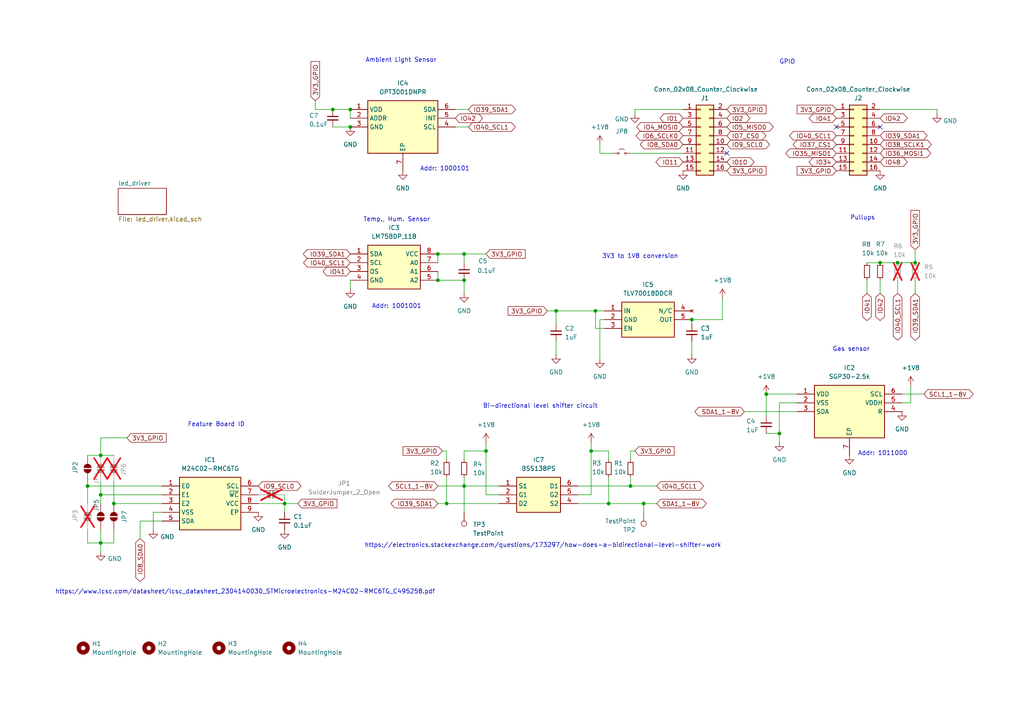
<source format=kicad_sch>
(kicad_sch (version 20231120) (generator "eeschema") (generator_version "8.0")
  (paper "A4")
  (title_block (title "StackFlex Feature Air Quality") (date "2024-12-15") (rev "1") (company "M41T3"))
  (lib_symbols
    (symbol "Connector:TestPoint" (pin_numbers hide) (pin_names (offset 0.762) hide)
      (property "Reference" "TP" (at 0 6.858 0))
      (property "Value" "TestPoint" (at 0 5.08 0))
      (symbol "TestPoint_0_1"
        (circle (center 0 3.302) (radius 0.762))
      )
      (symbol "TestPoint_1_1"
        (pin passive line (at 0 0 90) (length 2.54) (name "1") (number "1"))
      )
    )
    (symbol "Connector_Generic:Conn_02x08_Odd_Even" (pin_names (offset 1.016) hide)
      (property "Reference" "J" (at 1.27 10.16 0))
      (property "Value" "Conn_02x08_Odd_Even" (at 1.27 -12.7 0))
      (symbol "Conn_02x08_Odd_Even_1_1"
        (rectangle (start -1.27 -10.033) (end 0 -10.287) (stroke (width 0.1524)))
        (rectangle (start -1.27 -7.493) (end 0 -7.747) (stroke (width 0.1524)))
        (rectangle (start -1.27 -4.953) (end 0 -5.207) (stroke (width 0.1524)))
        (rectangle (start -1.27 -2.413) (end 0 -2.667) (stroke (width 0.1524)))
        (rectangle (start -1.27 0.127) (end 0 -0.127) (stroke (width 0.1524)))
        (rectangle (start -1.27 2.667) (end 0 2.413) (stroke (width 0.1524)))
        (rectangle (start -1.27 5.207) (end 0 4.953) (stroke (width 0.1524)))
        (rectangle (start -1.27 7.747) (end 0 7.493) (stroke (width 0.1524)))
        (rectangle (start -1.27 8.89) (end 3.81 -11.43) (stroke (width 0.254)) (fill (type background)))
        (rectangle (start 3.81 -10.033) (end 2.54 -10.287) (stroke (width 0.1524)))
        (rectangle (start 3.81 -7.493) (end 2.54 -7.747) (stroke (width 0.1524)))
        (rectangle (start 3.81 -4.953) (end 2.54 -5.207) (stroke (width 0.1524)))
        (rectangle (start 3.81 -2.413) (end 2.54 -2.667) (stroke (width 0.1524)))
        (rectangle (start 3.81 0.127) (end 2.54 -0.127) (stroke (width 0.1524)))
        (rectangle (start 3.81 2.667) (end 2.54 2.413) (stroke (width 0.1524)))
        (rectangle (start 3.81 5.207) (end 2.54 4.953) (stroke (width 0.1524)))
        (rectangle (start 3.81 7.747) (end 2.54 7.493) (stroke (width 0.1524)))
        (pin passive line (at -5.08 7.62 0) (length 3.81) (name "Pin_1") (number "1"))
        (pin passive line (at 7.62 -2.54 180) (length 3.81) (name "Pin_10") (number "10"))
        (pin passive line (at -5.08 -5.08 0) (length 3.81) (name "Pin_11") (number "11"))
        (pin passive line (at 7.62 -5.08 180) (length 3.81) (name "Pin_12") (number "12"))
        (pin passive line (at -5.08 -7.62 0) (length 3.81) (name "Pin_13") (number "13"))
        (pin passive line (at 7.62 -7.62 180) (length 3.81) (name "Pin_14") (number "14"))
        (pin passive line (at -5.08 -10.16 0) (length 3.81) (name "Pin_15") (number "15"))
        (pin passive line (at 7.62 -10.16 180) (length 3.81) (name "Pin_16") (number "16"))
        (pin passive line (at 7.62 7.62 180) (length 3.81) (name "Pin_2") (number "2"))
        (pin passive line (at -5.08 5.08 0) (length 3.81) (name "Pin_3") (number "3"))
        (pin passive line (at 7.62 5.08 180) (length 3.81) (name "Pin_4") (number "4"))
        (pin passive line (at -5.08 2.54 0) (length 3.81) (name "Pin_5") (number "5"))
        (pin passive line (at 7.62 2.54 180) (length 3.81) (name "Pin_6") (number "6"))
        (pin passive line (at -5.08 0 0) (length 3.81) (name "Pin_7") (number "7"))
        (pin passive line (at 7.62 0 180) (length 3.81) (name "Pin_8") (number "8"))
        (pin passive line (at -5.08 -2.54 0) (length 3.81) (name "Pin_9") (number "9"))
      )
    )
    (symbol "Device:C_Small" (pin_numbers hide) (pin_names (offset 0.254) hide)
      (property "Reference" "C" (at 0.254 1.778 0))
      (property "Value" "C_Small" (at 0.254 -2.032 0))
      (symbol "C_Small_0_1"
        (polyline (pts (xy -1.524 -0.508) (xy 1.524 -0.508)) (stroke (width 0.3302)))
        (polyline (pts (xy -1.524 0.508) (xy 1.524 0.508)) (stroke (width 0.3048)))
      )
      (symbol "C_Small_1_1"
        (pin passive line (at 0 2.54 270) (length 2.032) (name "~") (number "1"))
        (pin passive line (at 0 -2.54 90) (length 2.032) (name "~") (number "2"))
      )
    )
    (symbol "Device:R_Small" (pin_numbers hide) (pin_names (offset 0.254) hide)
      (property "Reference" "R" (at 0.762 0.508 0))
      (property "Value" "R_Small" (at 0.762 -1.016 0))
      (symbol "R_Small_0_1"
        (rectangle (start -0.762 1.778) (end 0.762 -1.778) (stroke (width 0.2032)))
      )
      (symbol "R_Small_1_1"
        (pin passive line (at 0 2.54 270) (length 0.762) (name "~") (number "1"))
        (pin passive line (at 0 -2.54 90) (length 0.762) (name "~") (number "2"))
      )
    )
    (symbol "Jumper:Jumper_2_Small_Open" (pin_numbers hide) (pin_names (offset 0) hide) (exclude_from_sim yes)
      (property "Reference" "JP" (at 0 2.794 0))
      (property "Value" "Jumper_2_Small_Open" (at 0 -2.286 0))
      (symbol "Jumper_2_Small_Open_0_0"
        (circle (center -1.016 0) (radius 0.254))
        (circle (center 1.016 0) (radius 0.254))
      )
      (symbol "Jumper_2_Small_Open_0_1"
        (arc (start 0.762 1.0196) (mid 0 1.2729) (end -0.762 1.0196))
      )
      (symbol "Jumper_2_Small_Open_1_1"
        (pin passive line (at -2.54 0 0) (length 1.27) (name "A") (number "1"))
        (pin passive line (at 2.54 0 180) (length 1.27) (name "B") (number "2"))
      )
    )
    (symbol "Jumper:SolderJumper_2_Open" (pin_numbers hide) (pin_names (offset 0) hide) (exclude_from_sim yes) (in_bom no)
      (property "Reference" "JP" (at 0 2.032 0))
      (property "Value" "SolderJumper_2_Open" (at 0 -2.54 0))
      (symbol "SolderJumper_2_Open_0_1"
        (arc (start -0.254 1.016) (mid -1.2656 0) (end -0.254 -1.016))
        (arc (start -0.254 1.016) (mid -1.2656 0) (end -0.254 -1.016) (fill (type outline)))
        (polyline (pts (xy -0.254 1.016) (xy -0.254 -1.016)))
        (polyline (pts (xy 0.254 1.016) (xy 0.254 -1.016)))
        (arc (start 0.254 -1.016) (mid 1.2656 0) (end 0.254 1.016))
        (arc (start 0.254 -1.016) (mid 1.2656 0) (end 0.254 1.016) (fill (type outline)))
      )
      (symbol "SolderJumper_2_Open_1_1"
        (pin passive line (at -3.81 0 0) (length 2.54) (name "A") (number "1"))
        (pin passive line (at 3.81 0 180) (length 2.54) (name "B") (number "2"))
      )
    )
    (symbol "Mechanical:MountingHole" (pin_names (offset 1.016)) (exclude_from_sim yes) (in_bom no)
      (property "Reference" "H" (at 0 5.08 0))
      (property "Value" "MountingHole" (at 0 3.175 0))
      (symbol "MountingHole_0_1"
        (circle (center 0 0) (radius 1.27) (stroke (width 1.27)))
      )
    )
    (symbol "power:+1V8" (power) (pin_numbers hide) (pin_names (offset 0) hide)
      (property "Value" "+1V8" (at 0 3.556 0))
      (symbol "+1V8_0_1"
        (polyline (pts (xy -0.762 1.27) (xy 0 2.54)))
        (polyline (pts (xy 0 0) (xy 0 2.54)))
        (polyline (pts (xy 0 2.54) (xy 0.762 1.27)))
      )
      (symbol "+1V8_1_1"
        (pin power_in line (at 0 0 90) (length 0) (name "~") (number "1"))
      )
    )
    (symbol "power:GND" (power) (pin_numbers hide) (pin_names (offset 0) hide)
      (property "Value" "GND" (at 0 -3.81 0))
      (symbol "GND_0_1"
        (polyline (pts (xy 0 0) (xy 0 -1.27) (xy 1.27 -1.27) (xy 0 -2.54) (xy -1.27 -1.27) (xy 0 -1.27)))
      )
      (symbol "GND_1_1"
        (pin power_in line (at 0 0 270) (length 0) (name "~") (number "1"))
      )
    )
    (symbol "stackflex_sym_lib:BSS138PS"
      (property "Reference" "IC" (at 19.05 7.62 0))
      (property "Value" "BSS138PS" (at 19.05 5.08 0))
      (symbol "BSS138PS_1_1"
        (rectangle (start 5.08 2.54) (end 17.78 -7.62) (stroke (width 0.254)) (fill (type background)))
        (pin passive line (at 0 0 0) (length 5.08) (name "S1") (number "1"))
        (pin passive line (at 0 -2.54 0) (length 5.08) (name "G1") (number "2"))
        (pin passive line (at 0 -5.08 0) (length 5.08) (name "D2") (number "3"))
        (pin passive line (at 22.86 -5.08 180) (length 5.08) (name "S2") (number "4"))
        (pin passive line (at 22.86 -2.54 180) (length 5.08) (name "G2") (number "5"))
        (pin passive line (at 22.86 0 180) (length 5.08) (name "D1") (number "6"))
      )
    )
    (symbol "stackflex_sym_lib:LM75BDP,118"
      (property "Reference" "IC" (at 21.59 7.62 0))
      (property "Value" "LM75BDP,118" (at 21.59 5.08 0))
      (symbol "LM75BDP,118_1_1"
        (rectangle (start 5.08 2.54) (end 20.32 -10.16) (stroke (width 0.254)) (fill (type background)))
        (pin passive line (at 0 0 0) (length 5.08) (name "SDA") (number "1"))
        (pin passive line (at 0 -2.54 0) (length 5.08) (name "SCL") (number "2"))
        (pin passive line (at 0 -5.08 0) (length 5.08) (name "OS") (number "3"))
        (pin passive line (at 0 -7.62 0) (length 5.08) (name "GND") (number "4"))
        (pin passive line (at 25.4 -7.62 180) (length 5.08) (name "A2") (number "5"))
        (pin passive line (at 25.4 -5.08 180) (length 5.08) (name "A1") (number "6"))
        (pin passive line (at 25.4 -2.54 180) (length 5.08) (name "A0") (number "7"))
        (pin passive line (at 25.4 0 180) (length 5.08) (name "VCC") (number "8"))
      )
    )
    (symbol "stackflex_sym_lib:M24C02-RMC6TG"
      (property "Reference" "IC" (at 24.13 7.62 0))
      (property "Value" "M24C02-RMC6TG" (at 24.13 5.08 0))
      (symbol "M24C02-RMC6TG_1_1"
        (rectangle (start 5.08 2.54) (end 22.86 -12.7) (stroke (width 0.254)) (fill (type background)))
        (pin passive line (at 0 0 0) (length 5.08) (name "E0") (number "1"))
        (pin passive line (at 0 -2.54 0) (length 5.08) (name "E1") (number "2"))
        (pin passive line (at 0 -5.08 0) (length 5.08) (name "E2") (number "3"))
        (pin passive line (at 0 -7.62 0) (length 5.08) (name "VSS") (number "4"))
        (pin passive line (at 0 -10.16 0) (length 5.08) (name "SDA") (number "5"))
        (pin passive line (at 27.94 0 180) (length 5.08) (name "SCL") (number "6"))
        (pin passive line (at 27.94 -2.54 180) (length 5.08) (name "~{WC}") (number "7"))
        (pin passive line (at 27.94 -5.08 180) (length 5.08) (name "VCC") (number "8"))
        (pin passive line (at 27.94 -7.62 180) (length 5.08) (name "EP") (number "9"))
      )
    )
    (symbol "stackflex_sym_lib:OPT3001DNPR"
      (property "Reference" "IC" (at 26.67 7.62 0))
      (property "Value" "OPT3001DNPR" (at 26.67 5.08 0))
      (symbol "OPT3001DNPR_1_1"
        (rectangle (start 5.08 2.54) (end 25.4 -12.7) (stroke (width 0.254)) (fill (type background)))
        (pin passive line (at 0 0 0) (length 5.08) (name "VDD") (number "1"))
        (pin passive line (at 0 -2.54 0) (length 5.08) (name "ADDR") (number "2"))
        (pin passive line (at 0 -5.08 0) (length 5.08) (name "GND") (number "3"))
        (pin passive line (at 30.48 -5.08 180) (length 5.08) (name "SCL") (number "4"))
        (pin passive line (at 30.48 -2.54 180) (length 5.08) (name "INT") (number "5"))
        (pin passive line (at 30.48 0 180) (length 5.08) (name "SDA") (number "6"))
        (pin passive line (at 15.24 -17.78 90) (length 5.08) (name "EP") (number "7"))
      )
    )
    (symbol "stackflex_sym_lib:SGP30-2.5k"
      (property "Reference" "IC" (at 26.67 7.62 0))
      (property "Value" "SGP30-2.5k" (at 26.67 5.08 0))
      (symbol "SGP30-2.5k_1_1"
        (rectangle (start 5.08 2.54) (end 25.4 -12.7) (stroke (width 0.254)) (fill (type background)))
        (pin power_in line (at 0 0 0) (length 5.08) (name "VDD") (number "1"))
        (pin power_in line (at 0 -2.54 0) (length 5.08) (name "VSS") (number "2"))
        (pin bidirectional line (at 0 -5.08 0) (length 5.08) (name "SDA") (number "3"))
        (pin power_in line (at 30.48 -5.08 180) (length 5.08) (name "R") (number "4"))
        (pin power_in line (at 30.48 -2.54 180) (length 5.08) (name "VDDH") (number "5"))
        (pin bidirectional line (at 30.48 0 180) (length 5.08) (name "SCL") (number "6"))
        (pin passive line (at 15.24 -17.78 90) (length 5.08) (name "EP") (number "7"))
      )
    )
    (symbol "stackflex_sym_lib:TLV70018DDCR"
      (property "Reference" "IC" (at 21.59 7.62 0))
      (property "Value" "TLV70018DDCR" (at 21.59 5.08 0))
      (symbol "TLV70018DDCR_1_1"
        (rectangle (start 5.08 2.54) (end 20.32 -7.62) (stroke (width 0.254)) (fill (type background)))
        (pin passive line (at 0 0 0) (length 5.08) (name "IN") (number "1"))
        (pin passive line (at 0 -2.54 0) (length 5.08) (name "GND") (number "2"))
        (pin passive line (at 0 -5.08 0) (length 5.08) (name "EN") (number "3"))
        (pin no_connect line (at 25.4 0 180) (length 5.08) (name "N/C") (number "4"))
        (pin passive line (at 25.4 -2.54 180) (length 5.08) (name "OUT") (number "5"))
      )
    )
  )
  (junction (at 226.06 125.73))
  (junction (at 127 73.66))
  (junction (at 260.35 76.2))
  (junction (at 134.62 73.66))
  (junction (at 127 81.28))
  (junction (at 200.66 92.71))
  (junction (at 29.21 157.48))
  (junction (at 25.4 140.97))
  (junction (at 176.53 146.05))
  (junction (at 172.72 90.17))
  (junction (at 101.6 36.83))
  (junction (at 140.97 130.81))
  (junction (at 29.21 143.51))
  (junction (at 33.02 146.05))
  (junction (at 182.88 140.97))
  (junction (at 134.62 81.28))
  (junction (at 101.6 31.75))
  (junction (at 171.45 130.81))
  (junction (at 96.52 31.75))
  (junction (at 186.69 146.05))
  (junction (at 129.54 146.05))
  (junction (at 134.62 140.97))
  (junction (at 82.55 146.05))
  (junction (at 29.21 132.08))
  (junction (at 255.27 76.2))
  (junction (at 161.29 90.17))
  (junction (at 265.43 76.2))
  (junction (at 222.25 114.3))
  (no_connect (at 210.82 44.45))
  (no_connect (at 242.57 36.83))
  (no_connect (at 255.27 36.83))
  (wire (pts (xy 184.15 33.02) (xy 184.15 31.75)))
  (wire (pts (xy 128.27 130.81) (xy 129.54 130.81)))
  (wire (pts (xy 171.45 130.81) (xy 176.53 130.81)))
  (wire (pts (xy 25.4 146.05) (xy 25.4 140.97)))
  (wire (pts (xy 29.21 139.7) (xy 29.21 143.51)))
  (wire (pts (xy 161.29 90.17) (xy 161.29 93.98)))
  (wire (pts (xy 190.5 146.05) (xy 186.69 146.05)))
  (wire (pts (xy 161.29 90.17) (xy 172.72 90.17)))
  (wire (pts (xy 171.45 128.27) (xy 171.45 130.81)))
  (wire (pts (xy 140.97 130.81) (xy 140.97 143.51)))
  (wire (pts (xy 186.69 148.59) (xy 186.69 146.05)))
  (wire (pts (xy 175.26 95.25) (xy 172.72 95.25)))
  (wire (pts (xy 260.35 76.2) (xy 265.43 76.2)))
  (wire (pts (xy 222.25 125.73) (xy 226.06 125.73)))
  (wire (pts (xy 200.66 102.87) (xy 200.66 99.06)))
  (wire (pts (xy 184.15 31.75) (xy 198.12 31.75)))
  (wire (pts (xy 264.16 111.76) (xy 264.16 116.84)))
  (wire (pts (xy 215.9 119.38) (xy 231.14 119.38)))
  (wire (pts (xy 134.62 81.28) (xy 127 81.28)))
  (wire (pts (xy 82.55 146.05) (xy 82.55 148.59)))
  (wire (pts (xy 173.99 104.14) (xy 173.99 92.71)))
  (wire (pts (xy 177.8 44.45) (xy 173.99 44.45)))
  (wire (pts (xy 271.78 33.02) (xy 271.78 31.75)))
  (wire (pts (xy 265.43 72.39) (xy 265.43 76.2)))
  (wire (pts (xy 135.89 36.83) (xy 132.08 36.83)))
  (wire (pts (xy 173.99 41.91) (xy 173.99 44.45)))
  (wire (pts (xy 182.88 130.81) (xy 182.88 133.35)))
  (wire (pts (xy 134.62 73.66) (xy 134.62 76.2)))
  (wire (pts (xy 134.62 148.59) (xy 134.62 140.97)))
  (wire (pts (xy 129.54 138.43) (xy 129.54 146.05)))
  (wire (pts (xy 176.53 130.81) (xy 176.53 133.35)))
  (wire (pts (xy 29.21 160.02) (xy 29.21 157.48)))
  (wire (pts (xy 158.75 90.17) (xy 161.29 90.17)))
  (wire (pts (xy 82.55 146.05) (xy 86.36 146.05)))
  (wire (pts (xy 25.4 139.7) (xy 25.4 140.97)))
  (wire (pts (xy 200.66 92.71) (xy 200.66 93.98)))
  (wire (pts (xy 171.45 143.51) (xy 167.64 143.51)))
  (wire (pts (xy 127 146.05) (xy 129.54 146.05)))
  (wire (pts (xy 255.27 31.75) (xy 271.78 31.75)))
  (wire (pts (xy 36.83 127) (xy 29.21 127)))
  (wire (pts (xy 127 73.66) (xy 134.62 73.66)))
  (wire (pts (xy 226.06 125.73) (xy 226.06 128.27)))
  (wire (pts (xy 129.54 146.05) (xy 144.78 146.05)))
  (wire (pts (xy 29.21 127) (xy 29.21 132.08)))
  (wire (pts (xy 33.02 139.7) (xy 33.02 146.05)))
  (wire (pts (xy 260.35 81.28) (xy 260.35 85.09)))
  (wire (pts (xy 127 73.66) (xy 127 76.2)))
  (wire (pts (xy 96.52 31.75) (xy 101.6 31.75)))
  (wire (pts (xy 33.02 146.05) (xy 46.99 146.05)))
  (wire (pts (xy 200.66 92.71) (xy 209.55 92.71)))
  (wire (pts (xy 74.93 146.05) (xy 82.55 146.05)))
  (wire (pts (xy 171.45 143.51) (xy 171.45 130.81)))
  (wire (pts (xy 167.64 146.05) (xy 176.53 146.05)))
  (wire (pts (xy 101.6 81.28) (xy 101.6 83.82)))
  (wire (pts (xy 222.25 120.65) (xy 222.25 114.3)))
  (wire (pts (xy 184.15 130.81) (xy 182.88 130.81)))
  (wire (pts (xy 134.62 130.81) (xy 140.97 130.81)))
  (wire (pts (xy 140.97 128.27) (xy 140.97 130.81)))
  (wire (pts (xy 161.29 102.87) (xy 161.29 99.06)))
  (wire (pts (xy 91.44 31.75) (xy 96.52 31.75)))
  (wire (pts (xy 226.06 116.84) (xy 226.06 125.73)))
  (wire (pts (xy 127 78.74) (xy 127 81.28)))
  (wire (pts (xy 134.62 138.43) (xy 134.62 140.97)))
  (wire (pts (xy 140.97 143.51) (xy 144.78 143.51)))
  (wire (pts (xy 25.4 157.48) (xy 29.21 157.48)))
  (wire (pts (xy 127 140.97) (xy 134.62 140.97)))
  (wire (pts (xy 29.21 146.05) (xy 29.21 143.51)))
  (wire (pts (xy 255.27 76.2) (xy 260.35 76.2)))
  (wire (pts (xy 134.62 81.28) (xy 134.62 85.09)))
  (wire (pts (xy 29.21 132.08) (xy 33.02 132.08)))
  (wire (pts (xy 167.64 140.97) (xy 182.88 140.97)))
  (wire (pts (xy 255.27 81.28) (xy 255.27 85.09)))
  (wire (pts (xy 25.4 140.97) (xy 46.99 140.97)))
  (wire (pts (xy 135.89 31.75) (xy 132.08 31.75)))
  (wire (pts (xy 134.62 73.66) (xy 140.97 73.66)))
  (wire (pts (xy 25.4 153.67) (xy 25.4 157.48)))
  (wire (pts (xy 209.55 86.36) (xy 209.55 92.71)))
  (wire (pts (xy 96.52 36.83) (xy 101.6 36.83)))
  (wire (pts (xy 82.55 143.51) (xy 82.55 146.05)))
  (wire (pts (xy 101.6 31.75) (xy 101.6 34.29)))
  (wire (pts (xy 29.21 143.51) (xy 46.99 143.51)))
  (wire (pts (xy 172.72 90.17) (xy 175.26 90.17)))
  (wire (pts (xy 129.54 130.81) (xy 129.54 133.35)))
  (wire (pts (xy 265.43 85.09) (xy 265.43 81.28)))
  (wire (pts (xy 261.62 116.84) (xy 264.16 116.84)))
  (wire (pts (xy 172.72 95.25) (xy 172.72 90.17)))
  (wire (pts (xy 267.97 114.3) (xy 261.62 114.3)))
  (wire (pts (xy 91.44 29.21) (xy 91.44 31.75)))
  (wire (pts (xy 182.88 138.43) (xy 182.88 140.97)))
  (wire (pts (xy 134.62 130.81) (xy 134.62 133.35)))
  (wire (pts (xy 29.21 157.48) (xy 33.02 157.48)))
  (wire (pts (xy 231.14 116.84) (xy 226.06 116.84)))
  (wire (pts (xy 173.99 92.71) (xy 175.26 92.71)))
  (wire (pts (xy 176.53 138.43) (xy 176.53 146.05)))
  (wire (pts (xy 222.25 114.3) (xy 231.14 114.3)))
  (wire (pts (xy 251.46 81.28) (xy 251.46 85.09)))
  (wire (pts (xy 182.88 44.45) (xy 198.12 44.45)))
  (wire (pts (xy 134.62 140.97) (xy 144.78 140.97)))
  (wire (pts (xy 25.4 132.08) (xy 29.21 132.08)))
  (wire (pts (xy 40.64 151.13) (xy 46.99 151.13)))
  (wire (pts (xy 251.46 76.2) (xy 255.27 76.2)))
  (wire (pts (xy 29.21 153.67) (xy 29.21 157.48)))
  (wire (pts (xy 44.45 148.59) (xy 46.99 148.59)))
  (wire (pts (xy 33.02 153.67) (xy 33.02 157.48)))
  (wire (pts (xy 44.45 153.67) (xy 44.45 148.59)))
  (wire (pts (xy 186.69 146.05) (xy 176.53 146.05)))
  (wire (pts (xy 190.5 140.97) (xy 182.88 140.97)))
  (wire (pts (xy 40.64 156.21) (xy 40.64 151.13)))
  (text "Addr: 1001001" (at 115.062 88.9 0) (effects (font (size 1.27 1.27))))
  (text "Temp., Hum. Sensor" (at 115.062 63.754 0) (effects (font (size 1.27 1.27))))
  (text "GPIO" (at 228.346 18.034 0) (effects (font (size 1.27 1.27))))
  (text "Addr: 1000101" (at 129.032 49.022 0) (effects (font (size 1.27 1.27))))
  (text "Bi-directional level shifter circuit" (at 156.718 117.856 0) (effects (font (size 1.27 1.27))))
  (text "3V3 to 1V8 conversion" (at 185.674 74.422 0) (effects (font (size 1.27 1.27))))
  (text "Gas sensor" (at 246.888 101.346 0) (effects (font (size 1.27 1.27))))
  (text "Feature Board ID" (at 62.738 123.19 0) (effects (font (size 1.27 1.27))))
  (text "https://www.lcsc.com/datasheet/lcsc_datasheet_2304140030_STMicroelectronics-M24C02-RMC6TG_C495258.pdf" (at 71.12 171.704 0) (effects (font (size 1.27 1.27))))
  (text "Pullups" (at 250.19 63.246 0) (effects (font (size 1.27 1.27))))
  (text "Addr: 1011000" (at 256.032 131.572 0) (effects (font (size 1.27 1.27))))
  (text "https://electronics.stackexchange.com/questions/173297/how-does-a-bidirectional-level-shifter-work" (at 157.48 158.242 0) (effects (font (size 1.27 1.27))))
  (text "Ambient Light Sensor" (at 116.332 17.526 0) (effects (font (size 1.27 1.27))))
  (global_label "IO8_SDA0" (shape bidirectional) (at 40.64 156.21 270) (property "Intersheetrefs" "${INTERSHEET_REFS}" (effects (hide yes))))
  (global_label "SCL1_1-8V" (shape bidirectional) (at 267.97 114.3 0) (property "Intersheetrefs" "${INTERSHEET_REFS}" (effects (hide yes))))
  (global_label "IO5_MISO0" (shape bidirectional) (at 210.82 36.83 0) (property "Intersheetrefs" "${INTERSHEET_REFS}" (effects (hide yes))))
  (global_label "IO10" (shape bidirectional) (at 210.82 46.99 0) (property "Intersheetrefs" "${INTERSHEET_REFS}" (effects (hide yes))))
  (global_label "3V3_GPIO" (shape input) (at 265.43 72.39 90) (property "Intersheetrefs" "${INTERSHEET_REFS}" (effects (hide yes))))
  (global_label "IO9_SCL0" (shape bidirectional) (at 210.82 41.91 0) (property "Intersheetrefs" "${INTERSHEET_REFS}" (effects (hide yes))))
  (global_label "IO40_SCL1" (shape bidirectional) (at 190.5 140.97 0) (property "Intersheetrefs" "${INTERSHEET_REFS}" (effects (hide yes))))
  (global_label "IO42" (shape bidirectional) (at 132.08 34.29 0) (property "Intersheetrefs" "${INTERSHEET_REFS}" (effects (hide yes))))
  (global_label "SDA1_1-8V" (shape bidirectional) (at 215.9 119.38 180) (property "Intersheetrefs" "${INTERSHEET_REFS}" (effects (hide yes))))
  (global_label "3V3_GPIO" (shape input) (at 140.97 73.66 0) (property "Intersheetrefs" "${INTERSHEET_REFS}" (effects (hide yes))))
  (global_label "3V3_GPIO" (shape input) (at 210.82 49.53 0) (property "Intersheetrefs" "${INTERSHEET_REFS}" (effects (hide yes))))
  (global_label "3V3_GPIO" (shape input) (at 128.27 130.81 180) (property "Intersheetrefs" "${INTERSHEET_REFS}" (effects (hide yes))))
  (global_label "IO41" (shape bidirectional) (at 101.6 78.74 180) (property "Intersheetrefs" "${INTERSHEET_REFS}" (effects (hide yes))))
  (global_label "IO39_SDA1" (shape bidirectional) (at 127 146.05 180) (property "Intersheetrefs" "${INTERSHEET_REFS}" (effects (hide yes))))
  (global_label "IO39_SDA1" (shape bidirectional) (at 101.6 73.66 180) (property "Intersheetrefs" "${INTERSHEET_REFS}" (effects (hide yes))))
  (global_label "IO6_SCLK0" (shape bidirectional) (at 198.12 39.37 180) (property "Intersheetrefs" "${INTERSHEET_REFS}" (effects (hide yes))))
  (global_label "IO35_MISO1" (shape bidirectional) (at 242.57 44.45 180) (property "Intersheetrefs" "${INTERSHEET_REFS}" (effects (hide yes))))
  (global_label "SDA1_1-8V" (shape bidirectional) (at 190.5 146.05 0) (property "Intersheetrefs" "${INTERSHEET_REFS}" (effects (hide yes))))
  (global_label "IO42" (shape bidirectional) (at 255.27 34.29 0) (property "Intersheetrefs" "${INTERSHEET_REFS}" (effects (hide yes))))
  (global_label "3V3_GPIO" (shape input) (at 91.44 29.21 90) (property "Intersheetrefs" "${INTERSHEET_REFS}" (effects (hide yes))))
  (global_label "IO36_MOSI1" (shape bidirectional) (at 255.27 44.45 0) (property "Intersheetrefs" "${INTERSHEET_REFS}" (effects (hide yes))))
  (global_label "IO41" (shape bidirectional) (at 242.57 34.29 180) (property "Intersheetrefs" "${INTERSHEET_REFS}" (effects (hide yes))))
  (global_label "SCL1_1-8V" (shape bidirectional) (at 127 140.97 180) (property "Intersheetrefs" "${INTERSHEET_REFS}" (effects (hide yes))))
  (global_label "IO4_MOSI0" (shape bidirectional) (at 198.12 36.83 180) (property "Intersheetrefs" "${INTERSHEET_REFS}" (effects (hide yes))))
  (global_label "IO8_SDA0" (shape bidirectional) (at 198.12 41.91 180) (property "Intersheetrefs" "${INTERSHEET_REFS}" (effects (hide yes))))
  (global_label "IO39_SDA1" (shape bidirectional) (at 255.27 39.37 0) (property "Intersheetrefs" "${INTERSHEET_REFS}" (effects (hide yes))))
  (global_label "IO48" (shape bidirectional) (at 255.27 46.99 0) (property "Intersheetrefs" "${INTERSHEET_REFS}" (effects (hide yes))))
  (global_label "IO41" (shape bidirectional) (at 251.46 85.09 270) (property "Intersheetrefs" "${INTERSHEET_REFS}" (effects (hide yes))))
  (global_label "3V3_GPIO" (shape input) (at 242.57 49.53 180) (property "Intersheetrefs" "${INTERSHEET_REFS}" (effects (hide yes))))
  (global_label "3V3_GPIO" (shape input) (at 86.36 146.05 0) (property "Intersheetrefs" "${INTERSHEET_REFS}" (effects (hide yes))))
  (global_label "IO42" (shape bidirectional) (at 255.27 85.09 270) (property "Intersheetrefs" "${INTERSHEET_REFS}" (effects (hide yes))))
  (global_label "3V3_GPIO" (shape input) (at 158.75 90.17 180) (property "Intersheetrefs" "${INTERSHEET_REFS}" (effects (hide yes))))
  (global_label "IO39_SDA1" (shape bidirectional) (at 265.43 85.09 270) (property "Intersheetrefs" "${INTERSHEET_REFS}" (effects (hide yes))))
  (global_label "IO38_SCLK1" (shape bidirectional) (at 255.27 41.91 0) (property "Intersheetrefs" "${INTERSHEET_REFS}" (effects (hide yes))))
  (global_label "3V3_GPIO" (shape input) (at 184.15 130.81 0) (property "Intersheetrefs" "${INTERSHEET_REFS}" (effects (hide yes))))
  (global_label "IO11" (shape bidirectional) (at 198.12 46.99 180) (property "Intersheetrefs" "${INTERSHEET_REFS}" (effects (hide yes))))
  (global_label "IO1" (shape bidirectional) (at 198.12 34.29 180) (property "Intersheetrefs" "${INTERSHEET_REFS}" (effects (hide yes))))
  (global_label "IO7_CS0" (shape bidirectional) (at 210.82 39.37 0) (property "Intersheetrefs" "${INTERSHEET_REFS}" (effects (hide yes))))
  (global_label "IO40_SCL1" (shape bidirectional) (at 101.6 76.2 180) (property "Intersheetrefs" "${INTERSHEET_REFS}" (effects (hide yes))))
  (global_label "IO37_CS1" (shape bidirectional) (at 242.57 41.91 180) (property "Intersheetrefs" "${INTERSHEET_REFS}" (effects (hide yes))))
  (global_label "IO34" (shape bidirectional) (at 242.57 46.99 180) (property "Intersheetrefs" "${INTERSHEET_REFS}" (effects (hide yes))))
  (global_label "IO40_SCL1" (shape bidirectional) (at 242.57 39.37 180) (property "Intersheetrefs" "${INTERSHEET_REFS}" (effects (hide yes))))
  (global_label "3V3_GPIO" (shape input) (at 210.82 31.75 0) (property "Intersheetrefs" "${INTERSHEET_REFS}" (effects (hide yes))))
  (global_label "IO40_SCL1" (shape bidirectional) (at 260.35 85.09 270) (property "Intersheetrefs" "${INTERSHEET_REFS}" (effects (hide yes))))
  (global_label "IO9_SCL0" (shape bidirectional) (at 74.93 140.97 0) (property "Intersheetrefs" "${INTERSHEET_REFS}" (effects (hide yes))))
  (global_label "IO39_SDA1" (shape bidirectional) (at 135.89 31.75 0) (property "Intersheetrefs" "${INTERSHEET_REFS}" (effects (hide yes))))
  (global_label "IO40_SCL1" (shape bidirectional) (at 135.89 36.83 0) (property "Intersheetrefs" "${INTERSHEET_REFS}" (effects (hide yes))))
  (global_label "3V3_GPIO" (shape input) (at 36.83 127 0) (property "Intersheetrefs" "${INTERSHEET_REFS}" (effects (hide yes))))
  (global_label "IO2" (shape bidirectional) (at 210.82 34.29 0) (property "Intersheetrefs" "${INTERSHEET_REFS}" (effects (hide yes))))
  (global_label "3V3_GPIO" (shape input) (at 242.57 31.75 180) (property "Intersheetrefs" "${INTERSHEET_REFS}" (effects (hide yes))))
  (symbol (lib_id "Device:C_Small") (at 222.25 123.19 0) (unit 1)
    (property "Reference" "C4" (at 216.408 122.174 0) (effects (justify left)))
    (property "Value" "1uF" (at 216.408 124.714 0) (effects (justify left)))
    (property "Footprint" "Capacitor_SMD:C_0402_1005Metric" (effects (hide yes)))
    (property "Description" "Unpolarized capacitor, small symbol" (effects (hide yes)))
  )
  (symbol (lib_id "Device:C_Small") (at 200.66 96.52 0) (unit 1)
    (property "Reference" "C3" (at 203.2 95.2562 0) (effects (justify left)))
    (property "Value" "1uF" (at 203.2 97.7962 0) (effects (justify left)))
    (property "Footprint" "Capacitor_SMD:C_0402_1005Metric" (effects (hide yes)))
    (property "Description" "Unpolarized capacitor, small symbol" (effects (hide yes)))
  )
  (symbol (lib_id "power:GND") (at 255.27 49.53 0) (unit 1)
    (property "Reference" "#PWR03" (effects (hide yes)))
    (property "Value" "GND" (at 255.27 54.61 0))
    (property "Description" "Power symbol creates a global label with name \"GND\" , ground" (effects (hide yes)))
  )
  (symbol (lib_id "Device:R_Small") (at 129.54 135.89 0) (unit 1)
    (property "Reference" "R2" (at 124.714 134.366 0) (effects (justify left)))
    (property "Value" "10k" (at 124.714 136.906 0) (effects (justify left)))
    (property "Footprint" "Resistor_SMD:R_0402_1005Metric" (effects (hide yes)))
    (property "Description" "Resistor, small symbol" (effects (hide yes)))
  )
  (symbol (lib_id "power:GND") (at 271.78 33.02 0) (unit 1)
    (property "Reference" "#PWR04" (effects (hide yes)))
    (property "Value" "GND" (at 275.59 35.052 0))
    (property "Description" "Power symbol creates a global label with name \"GND\" , ground" (effects (hide yes)))
  )
  (symbol (lib_id "power:GND") (at 134.62 85.09 0) (unit 1)
    (property "Reference" "#PWR022" (effects (hide yes)))
    (property "Value" "GND" (at 134.62 90.17 0))
    (property "Description" "Power symbol creates a global label with name \"GND\" , ground" (effects (hide yes)))
  )
  (symbol (lib_id "Mechanical:MountingHole") (at 63.5 187.96 0) (unit 1) (exclude_from_sim yes) (in_bom no)
    (property "Reference" "H3" (at 66.04 186.6899 0) (effects (justify left)))
    (property "Value" "MountingHole" (at 66.04 189.2299 0) (effects (justify left)))
    (property "Footprint" "MountingHole:MountingHole_3.2mm_M3_DIN965_Pad" (effects (hide yes)))
    (property "Description" "Mounting Hole without connection" (effects (hide yes)))
  )
  (symbol (lib_id "Device:R_Small") (at 134.62 135.89 0) (unit 1)
    (property "Reference" "R4" (at 137.16 134.6199 0) (effects (justify left)))
    (property "Value" "10k" (at 137.16 137.1599 0) (effects (justify left)))
    (property "Footprint" "Resistor_SMD:R_0402_1005Metric" (effects (hide yes)))
    (property "Description" "Resistor, small symbol" (effects (hide yes)))
  )
  (symbol (lib_id "Jumper:SolderJumper_2_Open") (at 29.21 149.86 90) (unit 1) (exclude_from_sim yes)
    (property "Reference" "JP5" (at 27.94 146.558 0))
    (property "Value" "SolderJumper_2_Open" (effects (hide yes)))
    (property "Footprint" "Resistor_SMD:R_0402_1005Metric" (effects (hide yes)))
    (property "Description" "Solder Jumper, 2-pole, open" (effects (hide yes)))
  )
  (symbol (lib_id "Device:R_Small") (at 265.43 78.74 0) (unit 1) (exclude_from_sim yes) (in_bom no) (dnp yes)
    (property "Reference" "R5" (at 267.97 77.4699 0) (effects (justify left)))
    (property "Value" "10k" (at 267.97 80.0099 0) (effects (justify left)))
    (property "Footprint" "Resistor_SMD:R_0402_1005Metric" (effects (hide yes)))
    (property "Description" "Resistor, small symbol" (effects (hide yes)))
  )
  (symbol (lib_id "power:GND") (at 246.38 132.08 0) (unit 1)
    (property "Reference" "#PWR016" (effects (hide yes)))
    (property "Value" "GND" (at 246.38 137.16 0))
    (property "Description" "Power symbol creates a global label with name \"GND\" , ground" (effects (hide yes)))
  )
  (symbol (lib_id "Jumper:SolderJumper_2_Open") (at 25.4 149.86 90) (unit 1) (exclude_from_sim yes) (dnp yes)
    (property "Reference" "JP3" (at 21.844 149.606 0))
    (property "Value" "SolderJumper_2_Open" (effects (hide yes)))
    (property "Footprint" "Resistor_SMD:R_0402_1005Metric" (effects (hide yes)))
    (property "Description" "Solder Jumper, 2-pole, open" (effects (hide yes)))
  )
  (symbol (lib_id "power:GND") (at 200.66 102.87 0) (unit 1)
    (property "Reference" "#PWR011" (effects (hide yes)))
    (property "Value" "GND" (at 200.66 107.95 0))
    (property "Description" "Power symbol creates a global label with name \"GND\" , ground" (effects (hide yes)))
  )
  (symbol (lib_id "power:GND") (at 226.06 128.27 0) (unit 1)
    (property "Reference" "#PWR09" (effects (hide yes)))
    (property "Value" "GND" (at 226.06 133.35 0))
    (property "Description" "Power symbol creates a global label with name \"GND\" , ground" (effects (hide yes)))
  )
  (symbol (lib_id "Device:R_Small") (at 182.88 135.89 0) (unit 1)
    (property "Reference" "R1" (at 178.054 134.366 0) (effects (justify left)))
    (property "Value" "10k" (at 178.054 136.906 0) (effects (justify left)))
    (property "Footprint" "Resistor_SMD:R_0402_1005Metric" (effects (hide yes)))
    (property "Description" "Resistor, small symbol" (effects (hide yes)))
  )
  (symbol (lib_id "Device:R_Small") (at 251.46 78.74 0) (unit 1)
    (property "Reference" "R8" (at 249.936 70.866 0) (effects (justify left)))
    (property "Value" "10k" (at 249.936 73.406 0) (effects (justify left)))
    (property "Footprint" "Resistor_SMD:R_0402_1005Metric" (effects (hide yes)))
    (property "Description" "Resistor, small symbol" (effects (hide yes)))
  )
  (symbol (lib_id "Connector_Generic:Conn_02x08_Odd_Even") (at 247.65 39.37 0) (unit 1)
    (property "Reference" "J2" (at 248.92 28.448 0))
    (property "Value" "Conn_02x08_Counter_Clockwise" (at 248.92 25.908 0))
    (property "Footprint" "Connector_PinSocket_2.54mm:PinSocket_2x08_P2.54mm_Vertical" (effects (hide yes)))
    (property "Description" "Generic connector, double row, 02x08, odd/even pin numbering scheme (row 1 odd numbers, row 2 even numbers), script generated (kicad-library-utils/schlib/autogen/connector/)" (effects (hide yes)))
  )
  (symbol (lib_id "Device:C_Small") (at 96.52 34.29 0) (unit 1)
    (property "Reference" "C7" (at 89.662 33.528 0) (effects (justify left)))
    (property "Value" "0.1uF" (at 89.662 36.068 0) (effects (justify left)))
    (property "Footprint" "Capacitor_SMD:C_0402_1005Metric" (effects (hide yes)))
    (property "Description" "Unpolarized capacitor, small symbol" (effects (hide yes)))
  )
  (symbol (lib_id "Jumper:SolderJumper_2_Open") (at 29.21 135.89 90) (unit 1) (exclude_from_sim yes) (in_bom no) (dnp yes)
    (property "Reference" "JP4" (at 27.94 138.684 0))
    (property "Value" "SolderJumper_2_Open" (effects (hide yes)))
    (property "Footprint" "Resistor_SMD:R_0402_1005Metric" (effects (hide yes)))
    (property "Description" "Solder Jumper, 2-pole, open" (effects (hide yes)))
  )
  (symbol (lib_id "stackflex_sym_lib:M24C02-RMC6TG") (at 46.99 140.97 0) (unit 1)
    (property "Reference" "IC1" (at 60.96 133.35 0))
    (property "Value" "M24C02-RMC6TG" (at 60.96 135.89 0))
    (property "Footprint" "M24C16RMC6TG" (effects (hide yes)))
    (property "Datasheet" "https://www.st.com/resource/en/datasheet/m24c16-w.pdf" (effects (hide yes)))
    (property "Description" "2 Kbit serial I2C bus EEPROM" (effects (hide yes)))
    (property "Height" "0.6" (effects (hide yes)))
    (property "Mouser Part Number" "511-M24C16-RMC6TG" (effects (hide yes)))
    (property "Mouser Price/Stock" "https://www.mouser.co.uk/ProductDetail/STMicroelectronics/M24C16-RMC6TG?qs=ro8qOzhLaI89Rh%252BswInsqA%3D%3D" (effects (hide yes)))
    (property "Manufacturer_Name" "STMicroelectronics" (effects (hide yes)))
    (property "Manufacturer_Part_Number" "M24C16-RMC6TG" (effects (hide yes)))
  )
  (symbol (lib_id "power:+1V8") (at 140.97 128.27 0) (unit 1)
    (property "Reference" "#PWR036" (effects (hide yes)))
    (property "Value" "+1V8" (at 140.97 123.19 0))
    (property "Description" "Power symbol creates a global label with name \"+1V8\"" (effects (hide yes)))
  )
  (symbol (lib_id "stackflex_sym_lib:LM75BDP,118") (at 101.6 73.66 0) (unit 1)
    (property "Reference" "IC3" (at 114.3 66.04 0))
    (property "Value" "LM75BDP,118" (at 114.3 68.58 0))
    (property "Footprint" "SOP65P490X110-8N" (effects (hide yes)))
    (property "Datasheet" "http://www.nxp.com/docs/en/data-sheet/LM75B.pdf" (effects (hide yes)))
    (property "Description" "Board Mount Temperature Sensors" (effects (hide yes)))
    (property "Height" "1.1" (effects (hide yes)))
    (property "Mouser Part Number" "771-LM75BDP" (effects (hide yes)))
    (property "Mouser Price/Stock" "https://www.mouser.co.uk/ProductDetail/NXP-Semiconductors/LM75BDP118?qs=NVaOCIL7CYS15EE%252BCogVfA%3D%3D" (effects (hide yes)))
    (property "Manufacturer_Name" "NXP" (effects (hide yes)))
    (property "Manufacturer_Part_Number" "LM75BDP,118" (effects (hide yes)))
  )
  (symbol (lib_id "power:GND") (at 44.45 153.67 0) (unit 1)
    (property "Reference" "#PWR06" (effects (hide yes)))
    (property "Value" "GND" (at 48.514 155.702 0))
    (property "Description" "Power symbol creates a global label with name \"GND\" , ground" (effects (hide yes)))
  )
  (symbol (lib_id "power:GND") (at 101.6 83.82 0) (unit 1)
    (property "Reference" "#PWR021" (effects (hide yes)))
    (property "Value" "GND" (at 101.6 88.9 0))
    (property "Description" "Power symbol creates a global label with name \"GND\" , ground" (effects (hide yes)))
  )
  (symbol (lib_id "power:GND") (at 173.99 104.14 0) (unit 1)
    (property "Reference" "#PWR013" (effects (hide yes)))
    (property "Value" "GND" (at 173.99 109.22 0))
    (property "Description" "Power symbol creates a global label with name \"GND\" , ground" (effects (hide yes)))
  )
  (symbol (lib_id "power:GND") (at 184.15 33.02 0) (unit 1)
    (property "Reference" "#PWR01" (effects (hide yes)))
    (property "Value" "GND" (at 180.34 34.544 0))
    (property "Description" "Power symbol creates a global label with name \"GND\" , ground" (effects (hide yes)))
  )
  (symbol (lib_id "Device:C_Small") (at 82.55 151.13 0) (unit 1)
    (property "Reference" "C1" (at 85.09 149.8662 0) (effects (justify left)))
    (property "Value" "0.1uF" (at 85.09 152.4062 0) (effects (justify left)))
    (property "Footprint" "Capacitor_SMD:C_0402_1005Metric" (effects (hide yes)))
    (property "Description" "Unpolarized capacitor, small symbol" (effects (hide yes)))
  )
  (symbol (lib_id "Connector:TestPoint") (at 186.69 148.59 180) (unit 1)
    (property "Reference" "TP2" (at 184.404 153.67 0) (effects (justify left)))
    (property "Value" "TestPoint" (at 184.404 151.13 0) (effects (justify left)))
    (property "Footprint" "TestPoint:TestPoint_Pad_D1.0mm" (effects (hide yes)))
    (property "Description" "test point" (effects (hide yes)))
  )
  (symbol (lib_id "power:+1V8") (at 222.25 114.3 0) (unit 1)
    (property "Reference" "#PWR014" (effects (hide yes)))
    (property "Value" "+1V8" (at 222.25 109.22 0))
    (property "Description" "Power symbol creates a global label with name \"+1V8\"" (effects (hide yes)))
  )
  (symbol (lib_id "Connector_Generic:Conn_02x08_Odd_Even") (at 203.2 39.37 0) (unit 1)
    (property "Reference" "J1" (at 204.47 28.448 0))
    (property "Value" "Conn_02x08_Counter_Clockwise" (at 204.724 25.908 0))
    (property "Footprint" "Connector_PinSocket_2.54mm:PinSocket_2x08_P2.54mm_Vertical" (effects (hide yes)))
    (property "Description" "Generic connector, double row, 02x08, odd/even pin numbering scheme (row 1 odd numbers, row 2 even numbers), script generated (kicad-library-utils/schlib/autogen/connector/)" (effects (hide yes)))
  )
  (symbol (lib_id "power:GND") (at 198.12 49.53 0) (unit 1)
    (property "Reference" "#PWR02" (effects (hide yes)))
    (property "Value" "GND" (at 198.12 54.61 0))
    (property "Description" "Power symbol creates a global label with name \"GND\" , ground" (effects (hide yes)))
  )
  (symbol (lib_id "stackflex_sym_lib:OPT3001DNPR") (at 101.6 31.75 0) (unit 1)
    (property "Reference" "IC4" (at 116.84 24.13 0))
    (property "Value" "OPT3001DNPR" (at 116.84 26.67 0))
    (property "Footprint" "SON65P200X200X65-7N-D" (effects (hide yes)))
    (property "Datasheet" "http://www.ti.com/lit/gpn/opt3001" (effects (hide yes)))
    (property "Description" "Digital Ambient Light Sensor (ALS) With High-Precision Human-Eye Response" (effects (hide yes)))
    (property "Height" "0.65" (effects (hide yes)))
    (property "Mouser Part Number" "595-OPT3001DNPR" (effects (hide yes)))
    (property "Mouser Price/Stock" "https://www.mouser.co.uk/ProductDetail/Texas-Instruments/OPT3001DNPR?qs=bZA2O%252B%252B1GJtKOS2%252BWqaE4Q%3D%3D" (effects (hide yes)))
    (property "Manufacturer_Name" "Texas Instruments" (effects (hide yes)))
    (property "Manufacturer_Part_Number" "OPT3001DNPR" (effects (hide yes)))
  )
  (symbol (lib_id "Connector:TestPoint") (at 134.62 148.59 180) (unit 1)
    (property "Reference" "TP3" (at 137.16 152.146 0) (effects (justify right)))
    (property "Value" "TestPoint" (at 137.16 154.686 0) (effects (justify right)))
    (property "Footprint" "TestPoint:TestPoint_Pad_D1.0mm" (effects (hide yes)))
    (property "Description" "test point" (effects (hide yes)))
  )
  (symbol (lib_id "Jumper:SolderJumper_2_Open") (at 33.02 149.86 90) (unit 1) (exclude_from_sim yes)
    (property "Reference" "JP7" (at 36.068 149.86 0))
    (property "Value" "SolderJumper_2_Open" (effects (hide yes)))
    (property "Footprint" "Resistor_SMD:R_0402_1005Metric" (effects (hide yes)))
    (property "Description" "Solder Jumper, 2-pole, open" (effects (hide yes)))
  )
  (symbol (lib_id "Mechanical:MountingHole") (at 83.82 187.96 0) (unit 1) (exclude_from_sim yes) (in_bom no)
    (property "Reference" "H4" (at 86.36 186.6899 0) (effects (justify left)))
    (property "Value" "MountingHole" (at 86.36 189.2299 0) (effects (justify left)))
    (property "Footprint" "MountingHole:MountingHole_3.2mm_M3_DIN965_Pad" (effects (hide yes)))
    (property "Description" "Mounting Hole without connection" (effects (hide yes)))
  )
  (symbol (lib_id "power:GND") (at 261.62 119.38 0) (unit 1)
    (property "Reference" "#PWR017" (effects (hide yes)))
    (property "Value" "GND" (at 261.62 124.46 0))
    (property "Description" "Power symbol creates a global label with name \"GND\" , ground" (effects (hide yes)))
  )
  (symbol (lib_id "power:GND") (at 161.29 102.87 0) (unit 1)
    (property "Reference" "#PWR010" (effects (hide yes)))
    (property "Value" "GND" (at 161.29 107.95 0))
    (property "Description" "Power symbol creates a global label with name \"GND\" , ground" (effects (hide yes)))
  )
  (symbol (lib_id "Device:C_Small") (at 134.62 78.74 0) (unit 1)
    (property "Reference" "C5" (at 138.684 75.692 0) (effects (justify left)))
    (property "Value" "0.1uF" (at 138.43 78.486 0) (effects (justify left)))
    (property "Footprint" "Capacitor_SMD:C_0402_1005Metric" (effects (hide yes)))
    (property "Description" "Unpolarized capacitor, small symbol" (effects (hide yes)))
  )
  (symbol (lib_id "stackflex_sym_lib:TLV70018DDCR") (at 175.26 90.17 0) (unit 1)
    (property "Reference" "IC5" (at 187.96 82.55 0))
    (property "Value" "TLV70018DDCR" (at 187.96 85.09 0))
    (property "Footprint" "SOT95P280X110-5N" (effects (hide yes)))
    (property "Datasheet" "https://www.ti.com/lit/gpn/tlv700?HQS=ti-null-null-sf-df-pf-sep-wwe&DCM=yes" (effects (hide yes)))
    (property "Description" "LDO Voltage Regulators 200mA Low IQ LDO Reg for Portables" (effects (hide yes)))
    (property "Height" "1.1" (effects (hide yes)))
    (property "Mouser Part Number" "595-TLV70018DDCR" (effects (hide yes)))
    (property "Mouser Price/Stock" "https://www.mouser.co.uk/ProductDetail/Texas-Instruments/TLV70018DDCR?qs=6805eV47HhZm9cO45ajyLg%3D%3D" (effects (hide yes)))
    (property "Manufacturer_Name" "Texas Instruments" (effects (hide yes)))
    (property "Manufacturer_Part_Number" "TLV70018DDCR" (effects (hide yes)))
  )
  (symbol (lib_id "Device:R_Small") (at 255.27 78.74 0) (unit 1)
    (property "Reference" "R7" (at 254 70.866 0) (effects (justify left)))
    (property "Value" "10k" (at 254 73.406 0) (effects (justify left)))
    (property "Footprint" "Resistor_SMD:R_0402_1005Metric" (effects (hide yes)))
    (property "Description" "Resistor, small symbol" (effects (hide yes)))
  )
  (symbol (lib_id "power:+1V8") (at 173.99 41.91 0) (unit 1)
    (property "Reference" "#PWR027" (effects (hide yes)))
    (property "Value" "+1V8" (at 173.99 36.83 0))
    (property "Description" "Power symbol creates a global label with name \"+1V8\"" (effects (hide yes)))
  )
  (symbol (lib_id "Device:R_Small") (at 176.53 135.89 0) (unit 1)
    (property "Reference" "R3" (at 171.704 134.366 0) (effects (justify left)))
    (property "Value" "10k" (at 171.704 136.906 0) (effects (justify left)))
    (property "Footprint" "Resistor_SMD:R_0402_1005Metric" (effects (hide yes)))
    (property "Description" "Resistor, small symbol" (effects (hide yes)))
  )
  (symbol (lib_id "Device:R_Small") (at 260.35 78.74 0) (unit 1) (exclude_from_sim yes) (in_bom no) (dnp yes)
    (property "Reference" "R6" (at 259.08 71.374 0) (effects (justify left)))
    (property "Value" "10k" (at 259.08 73.914 0) (effects (justify left)))
    (property "Footprint" "Resistor_SMD:R_0402_1005Metric" (effects (hide yes)))
    (property "Description" "Resistor, small symbol" (effects (hide yes)))
  )
  (symbol (lib_id "stackflex_sym_lib:SGP30-2.5k") (at 231.14 114.3 0) (unit 1)
    (property "Reference" "IC2" (at 246.38 106.68 0))
    (property "Value" "SGP30-2.5k" (at 246.38 109.22 0))
    (property "Footprint" "SON80P245X245X90-7N" (effects (hide yes)))
    (property "Description" "Air Quality Sensors Multi-Pixel SGP Gas Sensor" (effects (hide yes)))
    (property "Height" "0.9" (effects (hide yes)))
    (property "Mouser Part Number" "403-SGP30-2.5K" (effects (hide yes)))
    (property "Mouser Price/Stock" "https://www.mouser.co.uk/ProductDetail/Sensirion/SGP30-2.5k?qs=HXFqYaX1Q2xVSiHQfO6Ujg%3D%3D" (effects (hide yes)))
    (property "Manufacturer_Name" "Sensirion" (effects (hide yes)))
    (property "Manufacturer_Part_Number" "SGP30-2.5k" (effects (hide yes)))
  )
  (symbol (lib_id "Jumper:Jumper_2_Small_Open") (at 180.34 44.45 0) (unit 1) (exclude_from_sim yes)
    (property "Reference" "JP8" (at 180.34 38.1 0))
    (property "Value" "Jumper_2_Small_Open" (effects (hide yes)))
    (property "Footprint" "Jumper:SolderJumper-2_P1.3mm_Open_TrianglePad1.0x1.5mm" (effects (hide yes)))
    (property "Description" "Jumper, 2-pole, small symbol, open" (effects (hide yes)))
  )
  (symbol (lib_id "power:GND") (at 101.6 36.83 0) (unit 1)
    (property "Reference" "#PWR024" (effects (hide yes)))
    (property "Value" "GND" (at 101.6 41.91 0))
    (property "Description" "Power symbol creates a global label with name \"GND\" , ground" (effects (hide yes)))
  )
  (symbol (lib_id "stackflex_sym_lib:BSS138PS") (at 144.78 140.97 0) (unit 1)
    (property "Reference" "IC7" (at 156.21 133.35 0))
    (property "Value" "BSS138PS" (at 156.21 135.89 0))
    (property "Footprint" "SOT65P210X110-6N" (effects (hide yes)))
    (property "Datasheet" "https://componentsearchengine.com/Datasheets/2/BSS138PS.pdf" (effects (hide yes)))
    (property "Description" "Dual N-channel Trench MOSFET" (effects (hide yes)))
    (property "Height" "1.1" (effects (hide yes)))
    (property "Mouser Part Number" "N/A" (effects (hide yes)))
    (property "Mouser Price/Stock" "https://www.mouser.co.uk/ProductDetail/Nexperia/BSS138PS?qs=vHuUswq2%252BswgzCpBrhlUwA%3D%3D" (effects (hide yes)))
    (property "Manufacturer_Name" "Nexperia" (effects (hide yes)))
    (property "Manufacturer_Part_Number" "BSS138PS" (effects (hide yes)))
  )
  (symbol (lib_id "power:+1V8") (at 264.16 111.76 0) (unit 1)
    (property "Reference" "#PWR018" (effects (hide yes)))
    (property "Value" "+1V8" (at 264.16 106.68 0))
    (property "Description" "Power symbol creates a global label with name \"+1V8\"" (effects (hide yes)))
  )
  (symbol (lib_id "power:GND") (at 116.84 49.53 0) (unit 1)
    (property "Reference" "#PWR023" (effects (hide yes)))
    (property "Value" "GND" (at 116.84 54.61 0))
    (property "Description" "Power symbol creates a global label with name \"GND\" , ground" (effects (hide yes)))
  )
  (symbol (lib_id "power:+1V8") (at 171.45 128.27 0) (unit 1)
    (property "Reference" "#PWR015" (effects (hide yes)))
    (property "Value" "+1V8" (at 171.45 123.19 0))
    (property "Description" "Power symbol creates a global label with name \"+1V8\"" (effects (hide yes)))
  )
  (symbol (lib_id "Device:C_Small") (at 161.29 96.52 0) (unit 1)
    (property "Reference" "C2" (at 163.83 95.2562 0) (effects (justify left)))
    (property "Value" "1uF" (at 163.83 97.7962 0) (effects (justify left)))
    (property "Footprint" "Capacitor_SMD:C_0402_1005Metric" (effects (hide yes)))
    (property "Description" "Unpolarized capacitor, small symbol" (effects (hide yes)))
  )
  (symbol (lib_id "power:GND") (at 29.21 160.02 0) (unit 1)
    (property "Reference" "#PWR08" (effects (hide yes)))
    (property "Value" "GND" (at 33.274 162.052 0))
    (property "Description" "Power symbol creates a global label with name \"GND\" , ground" (effects (hide yes)))
  )
  (symbol (lib_id "power:GND") (at 82.55 153.67 0) (unit 1)
    (property "Reference" "#PWR07" (effects (hide yes)))
    (property "Value" "GND" (at 82.55 158.75 0))
    (property "Description" "Power symbol creates a global label with name \"GND\" , ground" (effects (hide yes)))
  )
  (symbol (lib_id "Jumper:SolderJumper_2_Open") (at 78.74 143.51 0) (unit 1) (exclude_from_sim yes) (in_bom no) (dnp yes)
    (property "Reference" "JP1" (at 99.822 140.208 0))
    (property "Value" "SolderJumper_2_Open" (at 99.822 142.748 0))
    (property "Footprint" "Resistor_SMD:R_0402_1005Metric" (effects (hide yes)))
    (property "Description" "Solder Jumper, 2-pole, open" (effects (hide yes)))
  )
  (symbol (lib_id "Jumper:SolderJumper_2_Open") (at 33.02 135.89 90) (unit 1) (exclude_from_sim yes) (in_bom no) (dnp yes)
    (property "Reference" "JP6" (at 35.814 136.144 0))
    (property "Value" "SolderJumper_2_Open" (effects (hide yes)))
    (property "Footprint" "Resistor_SMD:R_0402_1005Metric" (effects (hide yes)))
    (property "Description" "Solder Jumper, 2-pole, open" (effects (hide yes)))
  )
  (symbol (lib_id "Jumper:SolderJumper_2_Open") (at 25.4 135.89 90) (unit 1) (exclude_from_sim yes)
    (property "Reference" "JP2" (at 21.844 135.636 0))
    (property "Value" "SolderJumper_2_Open" (effects (hide yes)))
    (property "Footprint" "Resistor_SMD:R_0402_1005Metric" (effects (hide yes)))
    (property "Description" "Solder Jumper, 2-pole, open" (effects (hide yes)))
  )
  (symbol (lib_id "Mechanical:MountingHole") (at 43.18 187.96 0) (unit 1) (exclude_from_sim yes) (in_bom no)
    (property "Reference" "H2" (at 45.72 186.6899 0) (effects (justify left)))
    (property "Value" "MountingHole" (at 45.72 189.2299 0) (effects (justify left)))
    (property "Footprint" "MountingHole:MountingHole_3.2mm_M3_DIN965_Pad" (effects (hide yes)))
    (property "Description" "Mounting Hole without connection" (effects (hide yes)))
  )
  (symbol (lib_id "Mechanical:MountingHole") (at 24.13 187.96 0) (unit 1) (exclude_from_sim yes) (in_bom no)
    (property "Reference" "H1" (at 26.67 186.6899 0) (effects (justify left)))
    (property "Value" "MountingHole" (at 26.67 189.2299 0) (effects (justify left)))
    (property "Footprint" "MountingHole:MountingHole_3.2mm_M3_DIN965_Pad" (effects (hide yes)))
    (property "Description" "Mounting Hole without connection" (effects (hide yes)))
  )
  (symbol (lib_id "power:+1V8") (at 209.55 86.36 0) (unit 1)
    (property "Reference" "#PWR012" (effects (hide yes)))
    (property "Value" "+1V8" (at 209.55 81.28 0))
    (property "Description" "Power symbol creates a global label with name \"+1V8\"" (effects (hide yes)))
  )
  (symbol (lib_id "power:GND") (at 74.93 148.59 0) (unit 1)
    (property "Reference" "#PWR05" (effects (hide yes)))
    (property "Value" "GND" (at 74.93 153.67 0))
    (property "Description" "Power symbol creates a global label with name \"GND\" , ground" (effects (hide yes)))
  )
  (sheet (at 34.29 54.61) (size 13.97 7.62) (stroke (width 0.1524))
    (property "Sheetname" "led_driver" (at 34.29 53.8984 0) (effects (justify left bottom)))
    (property "Sheetfile" "led_driver.kicad_sch" (at 34.29 62.8146 0) (effects (justify left top)))
  )
)
</source>
